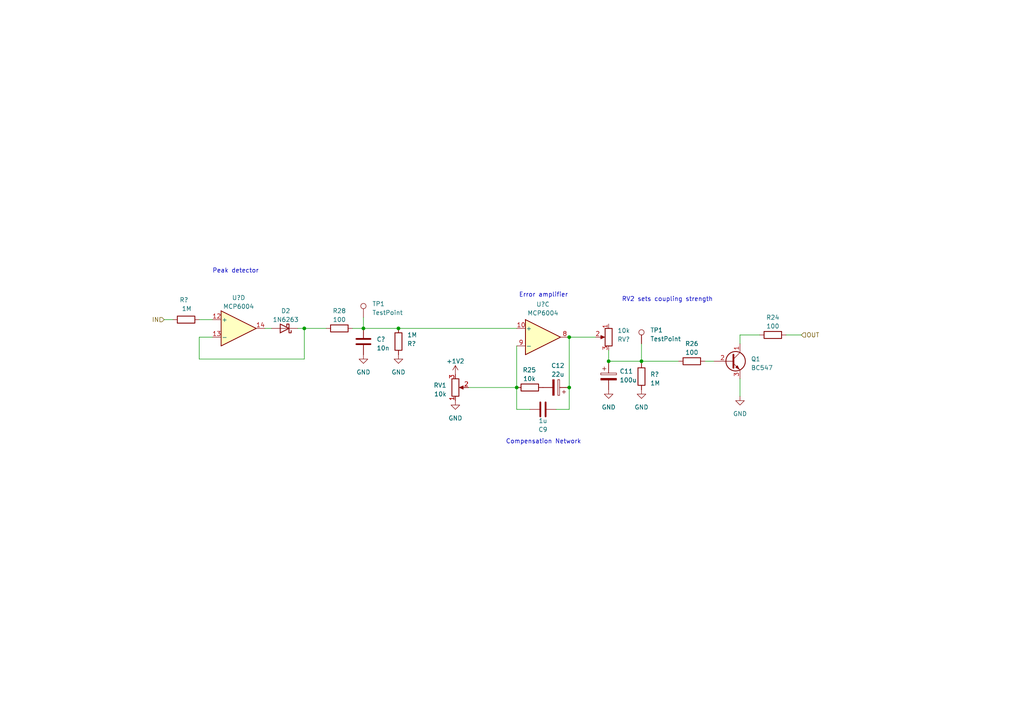
<source format=kicad_sch>
(kicad_sch (version 20230121) (generator eeschema)
  (paper "A4")
  (lib_symbols
    (symbol "Amplifier_Operational:MCP6004" (pin_names (offset 0.127))
      (property "Reference" "U" (at 0 5.08 0))
      (property "Value" "MCP6004" (at 0 -5.08 0))
      (symbol "MCP6004_1_1"
        (polyline (pts (xy -5.08 5.08) (xy 5.08 0) (xy -5.08 -5.08) (xy -5.08 5.08)) (stroke (width 0.254)) (fill (type background)))
        (pin output line (at 7.62 0 180) (length 2.54) (name "~") (number "1"))
        (pin input line (at -7.62 -2.54 0) (length 2.54) (name "-") (number "2"))
        (pin input line (at -7.62 2.54 0) (length 2.54) (name "+") (number "3"))
      )
      (symbol "MCP6004_2_1"
        (polyline (pts (xy -5.08 5.08) (xy 5.08 0) (xy -5.08 -5.08) (xy -5.08 5.08)) (stroke (width 0.254)) (fill (type background)))
        (pin input line (at -7.62 2.54 0) (length 2.54) (name "+") (number "5"))
        (pin input line (at -7.62 -2.54 0) (length 2.54) (name "-") (number "6"))
        (pin output line (at 7.62 0 180) (length 2.54) (name "~") (number "7"))
      )
      (symbol "MCP6004_3_1"
        (polyline (pts (xy -5.08 5.08) (xy 5.08 0) (xy -5.08 -5.08) (xy -5.08 5.08)) (stroke (width 0.254)) (fill (type background)))
        (pin input line (at -7.62 2.54 0) (length 2.54) (name "+") (number "10"))
        (pin output line (at 7.62 0 180) (length 2.54) (name "~") (number "8"))
        (pin input line (at -7.62 -2.54 0) (length 2.54) (name "-") (number "9"))
      )
      (symbol "MCP6004_4_1"
        (polyline (pts (xy -5.08 5.08) (xy 5.08 0) (xy -5.08 -5.08) (xy -5.08 5.08)) (stroke (width 0.254)) (fill (type background)))
        (pin input line (at -7.62 2.54 0) (length 2.54) (name "+") (number "12"))
        (pin input line (at -7.62 -2.54 0) (length 2.54) (name "-") (number "13"))
        (pin output line (at 7.62 0 180) (length 2.54) (name "~") (number "14"))
      )
      (symbol "MCP6004_5_1"
        (pin power_in line (at -2.54 -7.62 90) (length 3.81) (name "V-") (number "11"))
        (pin power_in line (at -2.54 7.62 270) (length 3.81) (name "V+") (number "4"))
      )
    )
    (symbol "Connector:TestPoint" (pin_numbers hide) (pin_names (offset 0.762) hide)
      (property "Reference" "TP" (at 0 6.858 0))
      (property "Value" "TestPoint" (at 0 5.08 0))
      (symbol "TestPoint_0_1"
        (circle (center 0 3.302) (radius 0.762))
      )
      (symbol "TestPoint_1_1"
        (pin passive line (at 0 0 90) (length 2.54) (name "1") (number "1"))
      )
    )
    (symbol "Device:C" (pin_numbers hide) (pin_names (offset 0.254))
      (property "Reference" "C" (at 0.635 2.54 0))
      (property "Value" "C" (at 0.635 -2.54 0))
      (symbol "C_0_1"
        (polyline (pts (xy -2.032 -0.762) (xy 2.032 -0.762)) (stroke (width 0.508)))
        (polyline (pts (xy -2.032 0.762) (xy 2.032 0.762)) (stroke (width 0.508)))
      )
      (symbol "C_1_1"
        (pin passive line (at 0 3.81 270) (length 2.794) (name "~") (number "1"))
        (pin passive line (at 0 -3.81 90) (length 2.794) (name "~") (number "2"))
      )
    )
    (symbol "Device:C_Polarized" (pin_numbers hide) (pin_names (offset 0.254))
      (property "Reference" "C" (at 0.635 2.54 0))
      (property "Value" "C_Polarized" (at 0.635 -2.54 0))
      (symbol "C_Polarized_0_1"
        (rectangle (start -2.286 0.508) (end 2.286 1.016))
        (polyline (pts (xy -1.778 2.286) (xy -0.762 2.286)))
        (polyline (pts (xy -1.27 2.794) (xy -1.27 1.778)))
        (rectangle (start 2.286 -0.508) (end -2.286 -1.016) (fill (type outline)))
      )
      (symbol "C_Polarized_1_1"
        (pin passive line (at 0 3.81 270) (length 2.794) (name "~") (number "1"))
        (pin passive line (at 0 -3.81 90) (length 2.794) (name "~") (number "2"))
      )
    )
    (symbol "Device:R" (pin_numbers hide) (pin_names (offset 0))
      (property "Reference" "R" (at 2.032 0 90))
      (property "Value" "R" (at 0 0 90))
      (symbol "R_0_1"
        (rectangle (start -1.016 -2.54) (end 1.016 2.54) (stroke (width 0.254)))
      )
      (symbol "R_1_1"
        (pin passive line (at 0 3.81 270) (length 1.27) (name "~") (number "1"))
        (pin passive line (at 0 -3.81 90) (length 1.27) (name "~") (number "2"))
      )
    )
    (symbol "Device:R_Potentiometer" (pin_names (offset 1.016) hide)
      (property "Reference" "RV" (at -4.445 0 90))
      (property "Value" "R_Potentiometer" (at -2.54 0 90))
      (symbol "R_Potentiometer_0_1"
        (polyline (pts (xy 2.54 0) (xy 1.524 0)))
        (polyline (pts (xy 1.143 0) (xy 2.286 0.508) (xy 2.286 -0.508) (xy 1.143 0)) (fill (type outline)))
        (rectangle (start 1.016 2.54) (end -1.016 -2.54) (stroke (width 0.254)))
      )
      (symbol "R_Potentiometer_1_1"
        (pin passive line (at 0 3.81 270) (length 1.27) (name "1") (number "1"))
        (pin passive line (at 3.81 0 180) (length 1.27) (name "2") (number "2"))
        (pin passive line (at 0 -3.81 90) (length 1.27) (name "3") (number "3"))
      )
    )
    (symbol "Diode:1N6263" (pin_numbers hide) (pin_names (offset 1.016) hide)
      (property "Reference" "D" (at 0 2.54 0))
      (property "Value" "1N6263" (at 0 -2.54 0))
      (symbol "1N6263_0_1"
        (polyline (pts (xy 1.27 0) (xy -1.27 0)))
        (polyline (pts (xy 1.27 1.27) (xy 1.27 -1.27) (xy -1.27 0) (xy 1.27 1.27)) (stroke (width 0.254)))
        (polyline (pts (xy -1.905 0.635) (xy -1.905 1.27) (xy -1.27 1.27) (xy -1.27 -1.27) (xy -0.635 -1.27) (xy -0.635 -0.635)) (stroke (width 0.254)))
      )
      (symbol "1N6263_1_1"
        (pin passive line (at -3.81 0 0) (length 2.54) (name "K") (number "1"))
        (pin passive line (at 3.81 0 180) (length 2.54) (name "A") (number "2"))
      )
    )
    (symbol "Transistor_BJT:BC547" (pin_names (offset 0) hide)
      (property "Reference" "Q" (at 5.08 1.905 0))
      (property "Value" "BC547" (at 5.08 0 0))
      (symbol "BC547_0_1"
        (polyline (pts (xy 0 0) (xy 0.635 0)))
        (polyline (pts (xy 0.635 0.635) (xy 2.54 2.54)))
        (polyline (pts (xy 0.635 -0.635) (xy 2.54 -2.54) (xy 2.54 -2.54)))
        (polyline (pts (xy 0.635 1.905) (xy 0.635 -1.905) (xy 0.635 -1.905)) (stroke (width 0.508)))
        (polyline (pts (xy 1.27 -1.778) (xy 1.778 -1.27) (xy 2.286 -2.286) (xy 1.27 -1.778) (xy 1.27 -1.778)) (fill (type outline)))
        (circle (center 1.27 0) (radius 2.8194) (stroke (width 0.254)))
      )
      (symbol "BC547_1_1"
        (pin passive line (at 2.54 5.08 270) (length 2.54) (name "C") (number "1"))
        (pin input line (at -5.08 0 0) (length 5.08) (name "B") (number "2"))
        (pin passive line (at 2.54 -5.08 90) (length 2.54) (name "E") (number "3"))
      )
    )
    (symbol "power:+1V2" (power) (pin_names (offset 0))
      (property "Value" "+1V2" (at 0 3.556 0))
      (symbol "+1V2_0_1"
        (polyline (pts (xy -0.762 1.27) (xy 0 2.54)))
        (polyline (pts (xy 0 0) (xy 0 2.54)))
        (polyline (pts (xy 0 2.54) (xy 0.762 1.27)))
      )
      (symbol "+1V2_1_1"
        (pin power_in line (at 0 0 90) (length 0) hide (name "+1V2") (number "1"))
      )
    )
    (symbol "power:GND" (power) (pin_names (offset 0))
      (property "Value" "GND" (at 0 -3.81 0))
      (symbol "GND_0_1"
        (polyline (pts (xy 0 0) (xy 0 -1.27) (xy 1.27 -1.27) (xy 0 -2.54) (xy -1.27 -1.27) (xy 0 -1.27)))
      )
      (symbol "GND_1_1"
        (pin power_in line (at 0 0 270) (length 0) hide (name "GND") (number "1"))
      )
    )
  )
  (junction (at 165.1 112.395))
  (junction (at 149.86 112.395))
  (junction (at 165.1 97.79))
  (junction (at 115.57 95.25))
  (junction (at 176.53 104.775))
  (junction (at 186.055 104.775))
  (junction (at 88.265 95.25))
  (junction (at 105.41 95.25))
  (wire (pts (xy 176.53 104.775) (xy 176.53 105.41)))
  (wire (pts (xy 88.265 95.25) (xy 88.265 104.14)))
  (wire (pts (xy 86.36 95.25) (xy 88.265 95.25)))
  (wire (pts (xy 186.055 99.695) (xy 186.055 104.775)))
  (wire (pts (xy 204.47 104.775) (xy 207.01 104.775)))
  (wire (pts (xy 227.965 97.155) (xy 232.41 97.155)))
  (wire (pts (xy 115.57 95.25) (xy 149.86 95.25)))
  (wire (pts (xy 165.1 112.395) (xy 165.1 97.79)))
  (wire (pts (xy 76.835 95.25) (xy 78.74 95.25)))
  (wire (pts (xy 47.625 92.71) (xy 50.165 92.71)))
  (wire (pts (xy 214.63 97.155) (xy 214.63 99.695)))
  (wire (pts (xy 214.63 114.935) (xy 214.63 109.855)))
  (wire (pts (xy 105.41 92.075) (xy 105.41 95.25)))
  (wire (pts (xy 153.67 118.745) (xy 149.86 118.745)))
  (wire (pts (xy 57.785 92.71) (xy 61.595 92.71)))
  (wire (pts (xy 161.29 118.745) (xy 165.1 118.745)))
  (wire (pts (xy 149.86 100.33) (xy 149.86 112.395)))
  (wire (pts (xy 172.72 97.79) (xy 165.1 97.79)))
  (wire (pts (xy 57.785 104.14) (xy 57.785 97.79)))
  (wire (pts (xy 135.89 112.395) (xy 149.86 112.395)))
  (wire (pts (xy 186.055 105.41) (xy 186.055 104.775)))
  (wire (pts (xy 176.53 104.775) (xy 186.055 104.775)))
  (wire (pts (xy 186.055 104.775) (xy 196.85 104.775)))
  (wire (pts (xy 88.265 104.14) (xy 57.785 104.14)))
  (wire (pts (xy 57.785 97.79) (xy 61.595 97.79)))
  (wire (pts (xy 88.265 95.25) (xy 94.615 95.25)))
  (wire (pts (xy 102.235 95.25) (xy 105.41 95.25)))
  (wire (pts (xy 165.1 118.745) (xy 165.1 112.395)))
  (wire (pts (xy 105.41 95.25) (xy 115.57 95.25)))
  (wire (pts (xy 220.345 97.155) (xy 214.63 97.155)))
  (wire (pts (xy 149.86 118.745) (xy 149.86 112.395)))
  (wire (pts (xy 176.53 101.6) (xy 176.53 104.775)))
  (text "Error amplifier" (at 150.495 86.36 0) (effects (font (size 1.27 1.27)) (justify left bottom)))
  (text "RV2 sets coupling strength" (at 180.34 87.63 0) (effects (font (size 1.27 1.27)) (justify left bottom)))
  (text "Compensation Network" (at 146.685 128.905 0) (effects (font (size 1.27 1.27)) (justify left bottom)))
  (text "Peak detector\n" (at 61.595 79.375 0) (effects (font (size 1.27 1.27)) (justify left bottom)))
  (hierarchical_label "OUT" (shape input) (at 232.41 97.155 0))
  (hierarchical_label "IN" (shape input) (at 47.625 92.71 180))
  (symbol (lib_id "Device:C") (at 105.41 99.06 180) (unit 1)
    (property "Reference" "C?" (at 109.22 98.425 0) (effects (justify right)))
    (property "Value" "10n" (at 109.22 100.965 0) (effects (justify right)))
    (property "Footprint" "Capacitor_THT:C_Rect_L13.0mm_W4.0mm_P10.00mm_FKS3_FKP3_MKS4" (effects hide))
    (property "Dielectric" "Polistyrene" (effects hide))
    (instances (project "weit_generator" (path "" (reference "C?") (unit 1)) (path "" (reference "C13") (unit 1))))
  )
  (symbol (lib_id "Device:R") (at 186.055 109.22 0) (mirror x) (unit 1)
    (property "Reference" "R?" (at 188.595 108.585 0) (effects (justify left)))
    (property "Value" "1M" (at 188.595 111.125 0) (effects (justify left)))
    (property "Footprint" "Resistor_THT:R_Axial_DIN0207_L6.3mm_D2.5mm_P2.54mm_Vertical" (effects hide))
    (instances (project "weit_generator" (path "" (reference "R?") (unit 1)) (path "" (reference "R27") (unit 1))))
  )
  (symbol (lib_id "Diode:1N6263") (at 82.55 95.25 180) (unit 1)
    (property "Reference" "D2" (at 82.8675 90.17 0))
    (property "Value" "1N6263" (at 82.8675 92.71 0))
    (property "Footprint" "Diode_THT:D_DO-35_SOD27_P2.54mm_Vertical_AnodeUp" (effects hide))
    (property "Datasheet" "www.st.com/resource/en/datasheet/1n6263.pdf" (effects hide))
  )
  (symbol (lib_id "Device:R") (at 153.67 112.395 270) (unit 1)
    (property "Reference" "R25" (at 153.543 107.315 90))
    (property "Value" "10k" (at 153.543 109.855 90))
    (property "Footprint" "Resistor_THT:R_Axial_DIN0207_L6.3mm_D2.5mm_P2.54mm_Vertical" (effects hide))
  )
  (symbol (lib_id "power:GND") (at 115.57 102.87 0) (unit 1)
    (property "Reference" "#PWR?" (effects hide))
    (property "Value" "GND" (at 115.57 107.95 0))
    (instances (project "weit_generator" (path "" (reference "#PWR?") (unit 1)) (path "" (reference "#PWR036") (unit 1))))
  )
  (symbol (lib_id "power:GND") (at 186.055 113.03 0) (mirror y) (unit 1)
    (property "Reference" "#PWR?" (effects hide))
    (property "Value" "GND" (at 186.055 118.11 0))
    (instances (project "weit_generator" (path "" (reference "#PWR?") (unit 1)) (path "" (reference "#PWR037") (unit 1))))
  )
  (symbol (lib_id "Amplifier_Operational:MCP6004") (at 157.48 97.79 0) (unit 3)
    (property "Reference" "U?" (at 157.48 88.265 0))
    (property "Value" "MCP6004" (at 157.48 90.805 0))
    (property "Footprint" "Package_DIP:DIP-14_W7.62mm_Socket" (effects hide))
    (property "Datasheet" "http://ww1.microchip.com/downloads/en/DeviceDoc/21733j.pdf" (effects hide))
    (instances (project "weit_generator" (path "" (reference "U?") (unit 3)) (path "" (reference "U2") (unit 3))))
  )
  (symbol (lib_id "Device:R") (at 115.57 99.06 0) (unit 1)
    (property "Reference" "R?" (at 118.11 99.695 0) (effects (justify left)))
    (property "Value" "1M" (at 118.11 97.155 0) (effects (justify left)))
    (property "Footprint" "Resistor_THT:R_Axial_DIN0207_L6.3mm_D2.5mm_P2.54mm_Vertical" (effects hide))
    (instances (project "weit_generator" (path "" (reference "R?") (unit 1)) (path "" (reference "R29") (unit 1))))
  )
  (symbol (lib_id "Connector:TestPoint") (at 186.055 99.695 0) (unit 1)
    (property "Reference" "TP1" (at 188.595 95.758 0) (effects (justify left)))
    (property "Value" "TestPoint" (at 188.595 98.298 0) (effects (justify left)))
    (property "Footprint" "TestPoint:TestPoint_Pad_D2.0mm" (effects hide))
    (instances (project "weit_generator" (path "" (reference "TP1") (unit 1)) (path "" (reference "TP2") (unit 1))))
  )
  (symbol (lib_id "Device:R") (at 53.975 92.71 270) (mirror x) (unit 1)
    (property "Reference" "R?" (at 52.07 86.995 90) (effects (justify left)))
    (property "Value" "1M" (at 52.705 89.535 90) (effects (justify left)))
    (property "Footprint" "Resistor_THT:R_Axial_DIN0207_L6.3mm_D2.5mm_P2.54mm_Vertical" (effects hide))
    (instances (project "weit_generator" (path "" (reference "R?") (unit 1)) (path "" (reference "R22") (unit 1))))
  )
  (symbol (lib_id "Device:C") (at 157.48 118.745 90) (mirror x) (unit 1)
    (property "Reference" "C9" (at 157.48 124.587 90))
    (property "Value" "1u" (at 157.48 122.047 90))
    (property "Footprint" "Capacitor_THT:C_Rect_L7.2mm_W4.5mm_P5.00mm_FKS2_FKP2_MKS2_MKP2" (effects hide))
    (property "Dielectric" "Polistyrene" (effects hide))
  )
  (symbol (lib_id "power:GND") (at 105.41 102.87 0) (unit 1)
    (property "Reference" "#PWR?" (effects hide))
    (property "Value" "GND" (at 105.41 107.95 0))
    (instances (project "weit_generator" (path "" (reference "#PWR?") (unit 1)) (path "" (reference "#PWR035") (unit 1))))
  )
  (symbol (lib_id "Connector:TestPoint") (at 105.41 92.075 0) (unit 1)
    (property "Reference" "TP1" (at 107.95 88.138 0) (effects (justify left)))
    (property "Value" "TestPoint" (at 107.95 90.678 0) (effects (justify left)))
    (property "Footprint" "TestPoint:TestPoint_Pad_D2.0mm" (effects hide))
    (instances (project "weit_generator" (path "" (reference "TP1") (unit 1)) (path "" (reference "TP3") (unit 1))))
  )
  (symbol (lib_id "Transistor_BJT:BC547") (at 212.09 104.775 0) (unit 1)
    (property "Reference" "Q1" (at 217.805 104.14 0) (effects (justify left)))
    (property "Value" "BC547" (at 217.805 106.68 0) (effects (justify left)))
    (property "Footprint" "Package_TO_SOT_THT:TO-92_Inline" (effects hide))
    (property "Datasheet" "https://www.onsemi.com/pub/Collateral/BC550-D.pdf" (effects hide))
  )
  (symbol (lib_id "Device:C_Polarized") (at 176.53 109.22 0) (unit 1)
    (property "Reference" "C11" (at 179.705 107.696 0) (effects (justify left)))
    (property "Value" "100u" (at 179.705 110.236 0) (effects (justify left)))
    (property "Footprint" "Capacitor_THT:CP_Radial_D6.3mm_P2.50mm" (effects hide))
  )
  (symbol (lib_id "power:GND") (at 132.08 116.205 0) (unit 1)
    (property "Reference" "#PWR029" (effects hide))
    (property "Value" "GND" (at 132.08 121.285 0))
  )
  (symbol (lib_id "Device:C_Polarized") (at 161.29 112.395 270) (mirror x) (unit 1)
    (property "Reference" "C12" (at 161.798 106.045 90))
    (property "Value" "22u" (at 161.798 108.585 90))
    (property "Footprint" "Capacitor_THT:CP_Radial_D6.3mm_P2.50mm" (effects hide))
  )
  (symbol (lib_id "power:+1V2") (at 132.08 108.585 0) (mirror y) (unit 1)
    (property "Reference" "#PWR028" (effects hide))
    (property "Value" "+1V2" (at 132.08 104.775 0))
  )
  (symbol (lib_id "Device:R") (at 98.425 95.25 270) (mirror x) (unit 1)
    (property "Reference" "R28" (at 98.425 90.17 90))
    (property "Value" "100" (at 98.425 92.71 90))
    (property "Footprint" "Resistor_THT:R_Axial_DIN0207_L6.3mm_D2.5mm_P2.54mm_Vertical" (effects hide))
  )
  (symbol (lib_id "Device:R") (at 224.155 97.155 90) (mirror x) (unit 1)
    (property "Reference" "R24" (at 224.155 92.075 90))
    (property "Value" "100" (at 224.155 94.615 90))
    (property "Footprint" "Resistor_THT:R_Axial_DIN0207_L6.3mm_D2.5mm_P2.54mm_Vertical" (effects hide))
  )
  (symbol (lib_id "power:GND") (at 176.53 113.03 0) (unit 1)
    (property "Reference" "#PWR038" (effects hide))
    (property "Value" "GND" (at 176.53 118.11 0))
  )
  (symbol (lib_id "Device:R_Potentiometer") (at 176.53 97.79 0) (mirror y) (unit 1)
    (property "Reference" "RV?" (at 179.07 98.425 0) (effects (justify right)))
    (property "Value" "10k" (at 179.07 95.885 0) (effects (justify right)))
    (property "Footprint" "Potentiometer_THT:Potentiometer_Bourns_3266Y_Vertical" (effects hide))
    (instances (project "weit_generator" (path "" (reference "RV?") (unit 1)) (path "" (reference "RV2") (unit 1))))
  )
  (symbol (lib_id "power:GND") (at 214.63 114.935 0) (unit 1)
    (property "Reference" "#PWR039" (effects hide))
    (property "Value" "GND" (at 214.63 120.015 0))
  )
  (symbol (lib_id "Device:R_Potentiometer") (at 132.08 112.395 0) (mirror x) (unit 1)
    (property "Reference" "RV1" (at 129.54 111.76 0) (effects (justify right)))
    (property "Value" "10k" (at 129.54 114.3 0) (effects (justify right)))
    (property "Footprint" "Potentiometer_THT:Potentiometer_Bourns_3266Y_Vertical" (effects hide))
  )
  (symbol (lib_id "Device:R") (at 200.66 104.775 270) (mirror x) (unit 1)
    (property "Reference" "R26" (at 200.66 99.695 90))
    (property "Value" "100" (at 200.66 102.235 90))
    (property "Footprint" "Resistor_THT:R_Axial_DIN0207_L6.3mm_D2.5mm_P2.54mm_Vertical" (effects hide))
  )
  (symbol (lib_id "Amplifier_Operational:MCP6004") (at 69.215 95.25 0) (unit 4)
    (property "Reference" "U?" (at 69.215 86.36 0))
    (property "Value" "MCP6004" (at 69.215 88.9 0))
    (property "Footprint" "Package_DIP:DIP-14_W7.62mm_Socket" (effects hide))
    (property "Datasheet" "http://ww1.microchip.com/downloads/en/DeviceDoc/21733j.pdf" (effects hide))
    (instances (project "weit_generator" (path "" (reference "U?") (unit 4)) (path "" (reference "U2") (unit 4))))
  )
)
</source>
